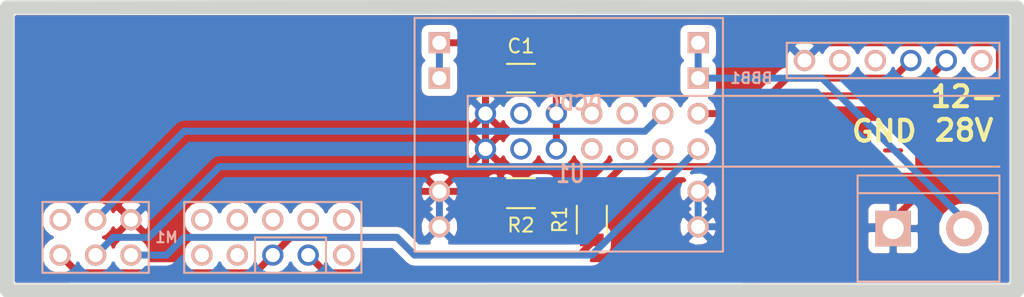
<source format=kicad_pcb>
(kicad_pcb (version 20171130) (host pcbnew "(5.1.12)-1")

  (general
    (thickness 1.6)
    (drawings 10)
    (tracks 69)
    (zones 0)
    (modules 7)
    (nets 10)
  )

  (page A3)
  (layers
    (0 F.Cu signal)
    (31 B.Cu signal)
    (36 B.SilkS user hide)
    (37 F.SilkS user hide)
    (38 B.Mask user hide)
    (39 F.Mask user hide)
    (44 Edge.Cuts user)
  )

  (setup
    (last_trace_width 0.5)
    (trace_clearance 0.254)
    (zone_clearance 0.508)
    (zone_45_only yes)
    (trace_min 0.254)
    (via_size 0.889)
    (via_drill 0.635)
    (via_min_size 0.889)
    (via_min_drill 0.508)
    (uvia_size 0.508)
    (uvia_drill 0.127)
    (uvias_allowed no)
    (uvia_min_size 0.508)
    (uvia_min_drill 0.127)
    (edge_width 1)
    (segment_width 0.2)
    (pcb_text_width 0.3)
    (pcb_text_size 1.5 1.5)
    (mod_edge_width 0.15)
    (mod_text_size 1 1)
    (mod_text_width 0.15)
    (pad_size 1.524 1.524)
    (pad_drill 1.016)
    (pad_to_mask_clearance 0)
    (aux_axis_origin 69.85 48.26)
    (visible_elements 7FFFFFFF)
    (pcbplotparams
      (layerselection 0x010f0_80000001)
      (usegerberextensions true)
      (usegerberattributes true)
      (usegerberadvancedattributes true)
      (creategerberjobfile true)
      (excludeedgelayer true)
      (linewidth 0.150000)
      (plotframeref false)
      (viasonmask false)
      (mode 1)
      (useauxorigin true)
      (hpglpennumber 1)
      (hpglpenspeed 20)
      (hpglpendiameter 15.000000)
      (psnegative false)
      (psa4output false)
      (plotreference true)
      (plotvalue true)
      (plotinvisibletext false)
      (padsonsilk false)
      (subtractmaskfromsilk false)
      (outputformat 1)
      (mirror false)
      (drillshape 0)
      (scaleselection 1)
      (outputdirectory ""))
  )

  (net 0 "")
  (net 1 /GND)
  (net 2 /MISO)
  (net 3 /MISO3)
  (net 4 /MOSI)
  (net 5 /Reset)
  (net 6 /SCK)
  (net 7 /VDD)
  (net 8 /VIN)
  (net 9 "Net-(BBB1-PadTxD)")

  (net_class Default "This is the default net class."
    (clearance 0.254)
    (trace_width 0.5)
    (via_dia 0.889)
    (via_drill 0.635)
    (uvia_dia 0.508)
    (uvia_drill 0.127)
    (add_net /GND)
    (add_net /MISO)
    (add_net /MISO3)
    (add_net /MOSI)
    (add_net /Reset)
    (add_net /SCK)
    (add_net /VDD)
    (add_net /VIN)
    (add_net "Net-(BBB1-PadTxD)")
  )

  (module custom2:BBB (layer B.Cu) (tedit 553F0B61) (tstamp 5630ED6E)
    (at 97.79 45.72 180)
    (descr "Connecteurs 2 pins")
    (tags "CONN DEV")
    (path /55371BD6)
    (fp_text reference BBB1 (at 8.89 2.54 180) (layer B.SilkS)
      (effects (font (size 0.762 0.762) (thickness 0.1524)) (justify mirror))
    )
    (fp_text value BBB (at 20.32 1.905 180) (layer B.SilkS) hide
      (effects (font (size 0.762 0.762) (thickness 0.1524)) (justify mirror))
    )
    (fp_line (start 29.21 1.27) (end 29.21 -3.81) (layer B.SilkS) (width 0.15))
    (fp_line (start 6.35 2.54) (end -8.89 2.54) (layer B.SilkS) (width 0.15))
    (fp_line (start 6.35 5.08) (end 6.35 2.54) (layer B.SilkS) (width 0.15))
    (fp_line (start -8.89 5.08) (end 6.35 5.08) (layer B.SilkS) (width 0.15))
    (fp_line (start -8.89 2.54) (end -8.89 5.08) (layer B.SilkS) (width 0.15))
    (fp_line (start 29.21 1.27) (end -8.89 1.27) (layer B.SilkS) (width 0.15))
    (fp_line (start 29.21 -3.81) (end -8.89 -3.81) (layer B.SilkS) (width 0.15))
    (pad TxD thru_hole circle (at -5.08 3.81) (size 1.524 1.524) (drill 1.016) (layers *.Cu *.Mask)
      (net 9 "Net-(BBB1-PadTxD)"))
    (pad RxD thru_hole circle (at -2.54 3.81) (size 1.524 1.524) (drill 1.016) (layers *.Cu *.Mask)
      (net 3 /MISO3))
    (pad VDD thru_hole circle (at 22.86 0) (size 1.524 1.524) (drill 1.016) (layers *.Cu *.Mask)
      (net 7 /VDD))
    (pad GND thru_hole circle (at 27.94 0) (size 1.524 1.524) (drill 1.016) (layers *.Cu *.Mask)
      (net 1 /GND))
    (pad GND thru_hole circle (at 27.94 -2.54) (size 1.524 1.524) (drill 1.016) (layers *.Cu *.Mask)
      (net 1 /GND))
    (pad X thru_hole circle (at 25.4 -2.54) (size 1.524 1.524) (drill 1.016) (layers *.Cu *.Mask))
    (pad X thru_hole circle (at 25.4 0) (size 1.524 1.524) (drill 1.016) (layers *.Cu *.Mask))
    (pad VDD thru_hole circle (at 22.86 -2.54) (size 1.524 1.524) (drill 1.016) (layers *.Cu *.Mask)
      (net 7 /VDD))
    (pad 60 thru_hole circle (at 15.24 0) (size 1.524 1.524) (drill 1.016) (layers *.Cu *.Mask B.SilkS)
      (net 4 /MOSI))
    (pad 30 thru_hole circle (at 15.24 -2.54) (size 1.524 1.524) (drill 1.016) (layers *.Cu *.Mask B.SilkS)
      (net 6 /SCK))
    (pad 31 thru_hole circle (at 12.7 -2.54) (size 1.524 1.524) (drill 1.016) (layers *.Cu *.Mask B.SilkS)
      (net 5 /Reset))
    (pad 50 thru_hole circle (at 12.7 0) (size 1.524 1.524) (drill 1.016) (layers *.Cu *.Mask B.SilkS)
      (net 3 /MISO3))
    (pad VSYS thru_hole circle (at 20.32 0) (size 1.524 1.524) (drill 1.016) (layers *.Cu *.Mask B.SilkS))
    (pad RST thru_hole circle (at 17.78 0) (size 1.524 1.524) (drill 1.016) (layers *.Cu *.Mask B.SilkS))
    (pad VSYS thru_hole circle (at 20.32 -2.54) (size 1.524 1.524) (drill 1.016) (layers *.Cu *.Mask B.SilkS))
    (pad PBUT thru_hole circle (at 17.78 -2.54) (size 1.524 1.524) (drill 1.016) (layers *.Cu *.Mask B.SilkS))
    (pad GND thru_hole circle (at 5.08 3.81) (size 1.524 1.524) (drill 1.016) (layers *.Cu *.Mask B.SilkS)
      (net 1 /GND))
    (pad X thru_hole circle (at 2.54 3.81) (size 1.524 1.524) (drill 1.016) (layers *.Cu *.Mask B.SilkS))
    (pad X thru_hole circle (at 0 3.81) (size 1.524 1.524) (drill 1.016) (layers *.Cu *.Mask B.SilkS))
    (pad X thru_hole circle (at -7.62 3.81) (size 1.524 1.524) (drill 1.016) (layers *.Cu *.Mask B.SilkS))
    (model pin_array/pins_array_2x1.wrl
      (at (xyz 0 0 0))
      (scale (xyz 1 1 1))
      (rotate (xyz 0 0 0))
    )
  )

  (module Capacitors_SMD:C_1206 (layer F.Cu) (tedit 5415D7BD) (tstamp 5630ED8C)
    (at 72.39 43.18)
    (descr "Capacitor SMD 1206, reflow soldering, AVX (see smccp.pdf)")
    (tags "capacitor 1206")
    (path /554034BC)
    (attr smd)
    (fp_text reference C1 (at 0 -2.3) (layer F.SilkS)
      (effects (font (size 1 1) (thickness 0.15)))
    )
    (fp_text value C (at 0 2.3) (layer F.Fab)
      (effects (font (size 1 1) (thickness 0.15)))
    )
    (fp_line (start -1 1.025) (end 1 1.025) (layer F.SilkS) (width 0.15))
    (fp_line (start 1 -1.025) (end -1 -1.025) (layer F.SilkS) (width 0.15))
    (fp_line (start 2.3 -1.15) (end 2.3 1.15) (layer F.CrtYd) (width 0.05))
    (fp_line (start -2.3 -1.15) (end -2.3 1.15) (layer F.CrtYd) (width 0.05))
    (fp_line (start -2.3 1.15) (end 2.3 1.15) (layer F.CrtYd) (width 0.05))
    (fp_line (start -2.3 -1.15) (end 2.3 -1.15) (layer F.CrtYd) (width 0.05))
    (pad 1 smd rect (at -1.5 0) (size 1 1.6) (layers F.Cu F.Mask)
      (net 1 /GND))
    (pad 2 smd rect (at 1.5 0) (size 1 1.6) (layers F.Cu F.Mask)
      (net 7 /VDD))
    (model Capacitors_SMD.3dshapes/C_1206.wrl
      (at (xyz 0 0 0))
      (scale (xyz 1 1 1))
      (rotate (xyz 0 0 0))
    )
  )

  (module custom2:Melzi (layer B.Cu) (tedit 55407C7A) (tstamp 5630ED97)
    (at 43.18 55.88 180)
    (descr "Connecteurs 2 pins")
    (tags "CONN DEV")
    (path /55371C71)
    (fp_text reference M1 (at -3.81 1.27 180) (layer B.SilkS)
      (effects (font (size 0.762 0.762) (thickness 0.1524)) (justify mirror))
    )
    (fp_text value MELZI (at -3.81 5.08 180) (layer B.SilkS) hide
      (effects (font (size 0.762 0.762) (thickness 0.1524)) (justify mirror))
    )
    (fp_line (start -15.24 -1.27) (end -10.16 -1.27) (layer B.SilkS) (width 0.1524))
    (fp_line (start -15.24 1.27) (end -15.24 -1.27) (layer B.SilkS) (width 0.1524))
    (fp_line (start -10.16 1.27) (end -15.24 1.27) (layer B.SilkS) (width 0.1524))
    (fp_line (start -10.16 -1.27) (end -10.16 1.27) (layer B.SilkS) (width 0.1524))
    (fp_line (start 5.08 -1.27) (end 5.08 3.81) (layer B.SilkS) (width 0.15))
    (fp_line (start -2.54 -1.27) (end 5.08 -1.27) (layer B.SilkS) (width 0.15))
    (fp_line (start -2.54 3.81) (end -2.54 -1.27) (layer B.SilkS) (width 0.15))
    (fp_line (start 5.08 3.81) (end -2.54 3.81) (layer B.SilkS) (width 0.15))
    (fp_line (start -17.78 -1.27) (end -15.24 -1.27) (layer B.SilkS) (width 0.15))
    (fp_line (start -17.78 3.81) (end -17.78 -1.27) (layer B.SilkS) (width 0.15))
    (fp_line (start -5.08 3.81) (end -17.78 3.81) (layer B.SilkS) (width 0.15))
    (fp_line (start -5.08 -1.27) (end -5.08 3.81) (layer B.SilkS) (width 0.15))
    (fp_line (start -10.16 -1.27) (end -5.08 -1.27) (layer B.SilkS) (width 0.15))
    (pad TxD thru_hole circle (at -11.43 0) (size 1.524 1.524) (drill 1.016) (layers *.Cu *.Mask)
      (net 2 /MISO))
    (pad RxD thru_hole circle (at -13.97 0) (size 1.524 1.524) (drill 1.016) (layers *.Cu *.Mask)
      (net 9 "Net-(BBB1-PadTxD)"))
    (pad D16 thru_hole circle (at -8.89 0) (size 1.524 1.524) (drill 1.016) (layers *.Cu *.Mask B.SilkS))
    (pad A2 thru_hole circle (at -8.89 2.54) (size 1.524 1.524) (drill 1.016) (layers *.Cu *.Mask B.SilkS))
    (pad A3 thru_hole circle (at -11.43 2.54) (size 1.524 1.524) (drill 1.016) (layers *.Cu *.Mask B.SilkS))
    (pad A4 thru_hole circle (at -13.97 2.54) (size 1.524 1.524) (drill 1.016) (layers *.Cu *.Mask B.SilkS))
    (pad GND2 thru_hole circle (at -16.51 2.54) (size 1.524 1.524) (drill 1.016) (layers *.Cu *.Mask B.SilkS))
    (pad 5V thru_hole circle (at -16.51 0) (size 1.524 1.524) (drill 1.016) (layers *.Cu *.Mask B.SilkS))
    (pad D17 thru_hole circle (at -6.35 0) (size 1.524 1.524) (drill 1.016) (layers *.Cu *.Mask B.SilkS))
    (pad A1 thru_hole circle (at -6.35 2.54) (size 1.524 1.524) (drill 1.016) (layers *.Cu *.Mask B.SilkS))
    (pad ~RST thru_hole circle (at -1.27 0) (size 1.524 1.524) (drill 1.016) (layers *.Cu *.Mask B.SilkS)
      (net 5 /Reset))
    (pad GND thru_hole circle (at -1.27 2.54) (size 1.524 1.524) (drill 1.016) (layers *.Cu *.Mask B.SilkS)
      (net 1 /GND))
    (pad MOSI thru_hole circle (at 1.27 2.54) (size 1.524 1.524) (drill 1.016) (layers *.Cu *.Mask B.SilkS)
      (net 4 /MOSI))
    (pad SCK thru_hole circle (at 1.27 0) (size 1.524 1.524) (drill 1.016) (layers *.Cu *.Mask B.SilkS)
      (net 6 /SCK))
    (pad MISO thru_hole circle (at 3.81 0) (size 1.524 1.524) (drill 1.016) (layers *.Cu *.Mask B.SilkS)
      (net 2 /MISO))
    (pad 5V thru_hole circle (at 3.81 2.54) (size 1.524 1.524) (drill 1.016) (layers *.Cu *.Mask B.SilkS))
    (model pin_array/pins_array_2x1.wrl
      (at (xyz 0 0 0))
      (scale (xyz 1 1 1))
      (rotate (xyz 0 0 0))
    )
  )

  (module Connect:bornier2 (layer B.Cu) (tedit 0) (tstamp 5630EDB7)
    (at 101.6 53.975)
    (descr "Bornier d'alimentation 2 pins")
    (tags DEV)
    (path /55371E14)
    (fp_text reference P1 (at 0 5.08) (layer B.SilkS)
      (effects (font (size 1 1) (thickness 0.15)) (justify mirror))
    )
    (fp_text value CONN_2 (at 0 -5.08) (layer B.Fab)
      (effects (font (size 1 1) (thickness 0.15)) (justify mirror))
    )
    (fp_line (start -5.08 -3.81) (end 5.08 -3.81) (layer B.SilkS) (width 0.15))
    (fp_line (start -5.08 3.81) (end -5.08 -3.81) (layer B.SilkS) (width 0.15))
    (fp_line (start 5.08 3.81) (end -5.08 3.81) (layer B.SilkS) (width 0.15))
    (fp_line (start 5.08 -3.81) (end 5.08 3.81) (layer B.SilkS) (width 0.15))
    (fp_line (start 5.08 -2.54) (end -5.08 -2.54) (layer B.SilkS) (width 0.15))
    (pad 1 thru_hole rect (at -2.54 0) (size 2.54 2.54) (drill 1.524) (layers *.Cu *.Mask B.SilkS)
      (net 1 /GND))
    (pad 2 thru_hole circle (at 2.54 0) (size 2.54 2.54) (drill 1.524) (layers *.Cu *.Mask B.SilkS)
      (net 8 /VIN))
    (model Connect.3dshapes/bornier2.wrl
      (at (xyz 0 0 0))
      (scale (xyz 1 1 1))
      (rotate (xyz 0 0 0))
    )
  )

  (module Resistors_SMD:R_1206 (layer F.Cu) (tedit 5415CFA7) (tstamp 5630EDC1)
    (at 77.47 53.34 90)
    (descr "Resistor SMD 1206, reflow soldering, Vishay (see dcrcw.pdf)")
    (tags "resistor 1206")
    (path /55371C8C)
    (attr smd)
    (fp_text reference R1 (at 0 -2.3 90) (layer F.SilkS)
      (effects (font (size 1 1) (thickness 0.15)))
    )
    (fp_text value R (at 0 2.3 90) (layer F.Fab)
      (effects (font (size 1 1) (thickness 0.15)))
    )
    (fp_line (start -1 -1.075) (end 1 -1.075) (layer F.SilkS) (width 0.15))
    (fp_line (start 1 1.075) (end -1 1.075) (layer F.SilkS) (width 0.15))
    (fp_line (start 2.2 -1.2) (end 2.2 1.2) (layer F.CrtYd) (width 0.05))
    (fp_line (start -2.2 -1.2) (end -2.2 1.2) (layer F.CrtYd) (width 0.05))
    (fp_line (start -2.2 1.2) (end 2.2 1.2) (layer F.CrtYd) (width 0.05))
    (fp_line (start -2.2 -1.2) (end 2.2 -1.2) (layer F.CrtYd) (width 0.05))
    (pad 1 smd rect (at -1.45 0 90) (size 0.9 1.7) (layers F.Cu F.Mask)
      (net 2 /MISO))
    (pad 2 smd rect (at 1.45 0 90) (size 0.9 1.7) (layers F.Cu F.Mask)
      (net 3 /MISO3))
    (model Resistors_SMD.3dshapes/R_1206.wrl
      (at (xyz 0 0 0))
      (scale (xyz 1 1 1))
      (rotate (xyz 0 0 0))
    )
  )

  (module Resistors_SMD:R_1206 (layer F.Cu) (tedit 5415CFA7) (tstamp 5630EDCC)
    (at 72.39 51.435 180)
    (descr "Resistor SMD 1206, reflow soldering, Vishay (see dcrcw.pdf)")
    (tags "resistor 1206")
    (path /55371C99)
    (attr smd)
    (fp_text reference R2 (at 0 -2.3 180) (layer F.SilkS)
      (effects (font (size 1 1) (thickness 0.15)))
    )
    (fp_text value R (at 0 2.3 180) (layer F.Fab)
      (effects (font (size 1 1) (thickness 0.15)))
    )
    (fp_line (start -1 -1.075) (end 1 -1.075) (layer F.SilkS) (width 0.15))
    (fp_line (start 1 1.075) (end -1 1.075) (layer F.SilkS) (width 0.15))
    (fp_line (start 2.2 -1.2) (end 2.2 1.2) (layer F.CrtYd) (width 0.05))
    (fp_line (start -2.2 -1.2) (end -2.2 1.2) (layer F.CrtYd) (width 0.05))
    (fp_line (start -2.2 1.2) (end 2.2 1.2) (layer F.CrtYd) (width 0.05))
    (fp_line (start -2.2 -1.2) (end 2.2 -1.2) (layer F.CrtYd) (width 0.05))
    (pad 1 smd rect (at -1.45 0 180) (size 0.9 1.7) (layers F.Cu F.Mask)
      (net 3 /MISO3))
    (pad 2 smd rect (at 1.45 0 180) (size 0.9 1.7) (layers F.Cu F.Mask)
      (net 1 /GND))
    (model Resistors_SMD.3dshapes/R_1206.wrl
      (at (xyz 0 0 0))
      (scale (xyz 1 1 1))
      (rotate (xyz 0 0 0))
    )
  )

  (module custom2:DCDC (layer B.Cu) (tedit 554A4C65) (tstamp 5630EDD7)
    (at 66.04 40.64)
    (descr "MOS boitier DPACK G-D-S")
    (tags "CMD DPACK")
    (path /5549B2A8)
    (attr smd)
    (fp_text reference U1 (at 9.906 9.398) (layer B.SilkS)
      (effects (font (size 1.27 1.016) (thickness 0.2032)) (justify mirror))
    )
    (fp_text value DCDC (at 10.16 4.318) (layer B.SilkS)
      (effects (font (size 1.016 1.016) (thickness 0.2032)) (justify mirror))
    )
    (fp_line (start 20.828 14.986) (end 20.828 -1.778) (layer B.SilkS) (width 0.15))
    (fp_line (start -1.27 14.986) (end 20.828 14.986) (layer B.SilkS) (width 0.15))
    (fp_line (start -1.27 -1.778) (end -1.27 14.986) (layer B.SilkS) (width 0.15))
    (fp_line (start 20.828 -1.778) (end -1.27 -1.778) (layer B.SilkS) (width 0.15))
    (pad Vout thru_hole rect (at 0.508 0 270) (size 1.524 1.524) (drill 1.016) (layers *.Cu *.Mask B.SilkS)
      (net 7 /VDD))
    (pad Vout thru_hole rect (at 0.508 2.54 270) (size 1.524 1.524) (drill 1.016) (layers *.Cu *.Mask B.SilkS)
      (net 7 /VDD))
    (pad Vin thru_hole rect (at 19.05 0 270) (size 1.524 1.524) (drill 1.016) (layers *.Cu *.Mask B.SilkS)
      (net 8 /VIN))
    (pad Vin thru_hole rect (at 19.05 2.54 270) (size 1.524 1.524) (drill 1.016) (layers *.Cu *.Mask B.SilkS)
      (net 8 /VIN))
    (pad GND2 thru_hole circle (at 0.508 13.208 270) (size 1.524 1.524) (drill 1.016) (layers *.Cu *.Mask B.SilkS)
      (net 1 /GND))
    (pad GND2 thru_hole circle (at 0.508 10.668 270) (size 1.524 1.524) (drill 1.016) (layers *.Cu *.Mask B.SilkS)
      (net 1 /GND))
    (pad GND thru_hole circle (at 19.05 13.208 270) (size 1.524 1.524) (drill 1.016) (layers *.Cu *.Mask B.SilkS)
      (net 1 /GND))
    (pad GND thru_hole circle (at 19.05 10.668 270) (size 1.524 1.524) (drill 1.016) (layers *.Cu *.Mask B.SilkS)
      (net 1 /GND))
    (model smd/dpack_2.wrl
      (at (xyz 0 0 0))
      (scale (xyz 1 1 1))
      (rotate (xyz 0 0 0))
    )
  )

  (gr_line (start 35.56 38.1) (end 71.15048 38.06952) (angle 90) (layer Edge.Cuts) (width 1))
  (gr_line (start 35.56 58.42) (end 35.56 38.1) (angle 90) (layer Edge.Cuts) (width 1))
  (gr_line (start 71.17588 58.41492) (end 35.56 58.42) (angle 90) (layer Edge.Cuts) (width 1))
  (gr_line (start 107.95 58.42) (end 71.17588 58.41492) (angle 90) (layer Edge.Cuts) (width 1))
  (gr_line (start 107.95 38.1) (end 107.95 58.42) (angle 90) (layer Edge.Cuts) (width 1))
  (gr_line (start 71.15048 38.06952) (end 107.95 38.1) (angle 90) (layer Edge.Cuts) (width 1))
  (gr_text + (at 104.14 48.26) (layer F.Cu)
    (effects (font (size 1.5 1.5) (thickness 0.3)))
  )
  (gr_text - (at 99.06 48.26) (layer F.Cu)
    (effects (font (size 1.5 1.5) (thickness 0.3)))
  )
  (gr_text "12-\n28V" (at 104.14 45.72) (layer F.SilkS)
    (effects (font (size 1.5 1.5) (thickness 0.3)))
  )
  (gr_text GND (at 98.425 46.99) (layer F.SilkS)
    (effects (font (size 1.5 1.5) (thickness 0.3)))
  )

  (segment (start 44.45 53.34) (end 46.482 51.308) (width 0.5) (layer F.Cu) (net 1))
  (segment (start 46.482 51.308) (end 66.548 51.308) (width 0.5) (layer F.Cu) (net 1) (tstamp 554A4FF3))
  (segment (start 85.09 53.848) (end 98.552 53.848) (width 0.5) (layer B.Cu) (net 1))
  (segment (start 98.552 53.848) (end 99.06 53.34) (width 0.5) (layer B.Cu) (net 1) (tstamp 554A4F78))
  (segment (start 66.548 51.308) (end 70.612 51.308) (width 0.5) (layer F.Cu) (net 1))
  (segment (start 70.612 51.308) (end 70.739 51.435) (width 0.5) (layer F.Cu) (net 1) (tstamp 554A4F6E))
  (segment (start 85.09 51.308) (end 85.09 53.848) (width 0.5) (layer B.Cu) (net 1))
  (segment (start 66.548 51.308) (end 66.548 53.848) (width 0.5) (layer B.Cu) (net 1))
  (segment (start 99.06 53.34) (end 101.6 50.8) (width 0.5) (layer F.Cu) (net 1))
  (segment (start 101.6 50.8) (end 106.68 50.8) (width 0.5) (layer F.Cu) (net 1) (tstamp 554A4EF0))
  (segment (start 106.68 50.8) (end 106.68 40.64) (width 0.5) (layer F.Cu) (net 1) (tstamp 554A4EF6))
  (segment (start 106.68 40.64) (end 93.98 40.64) (width 0.5) (layer F.Cu) (net 1) (tstamp 554A4EF7))
  (segment (start 93.98 40.64) (end 92.71 41.91) (width 0.5) (layer F.Cu) (net 1) (tstamp 554A4EFA))
  (segment (start 69.85 50.546) (end 70.739 51.435) (width 0.5) (layer F.Cu) (net 1) (tstamp 5549B45D))
  (segment (start 69.85 48.26) (end 69.85 50.546) (width 0.5) (layer F.Cu) (net 1))
  (segment (start 69.85 48.26) (end 69.85 45.72) (width 0.5) (layer F.Cu) (net 1))
  (segment (start 69.85 44.069) (end 70.739 43.18) (width 0.5) (layer F.Cu) (net 1) (tstamp 5549B83B))
  (segment (start 69.85 45.72) (end 69.85 44.069) (width 0.5) (layer F.Cu) (net 1))
  (segment (start 71.12 42.799) (end 70.739 43.18) (width 0.5) (layer F.Cu) (net 1) (tstamp 5549B984))
  (segment (start 76.581 55.88) (end 77.47 54.991) (width 0.5) (layer F.Cu) (net 2) (tstamp 554A4FA8))
  (segment (start 64.77 55.88) (end 76.581 55.88) (width 0.5) (layer F.Cu) (net 2) (tstamp 554A4FA5))
  (segment (start 63.5 54.61) (end 64.77 55.88) (width 0.5) (layer F.Cu) (net 2) (tstamp 554A4FA4))
  (segment (start 55.88 54.61) (end 63.5 54.61) (width 0.5) (layer F.Cu) (net 2) (tstamp 554A4FA1))
  (segment (start 54.61 55.88) (end 55.88 54.61) (width 0.5) (layer F.Cu) (net 2))
  (segment (start 53.34 57.15) (end 40.64 57.15) (width 0.5) (layer F.Cu) (net 2) (tstamp 5549B759))
  (segment (start 40.64 57.15) (end 39.37 55.88) (width 0.5) (layer F.Cu) (net 2) (tstamp 5549B75C))
  (segment (start 54.61 55.88) (end 53.34 57.15) (width 0.5) (layer F.Cu) (net 2))
  (segment (start 77.47 51.689) (end 79.629 49.53) (width 0.5) (layer F.Cu) (net 3))
  (segment (start 87.63 48.26) (end 87.63 45.72) (width 0.5) (layer F.Cu) (net 3) (tstamp 554A4FC7))
  (segment (start 86.36 49.53) (end 87.63 48.26) (width 0.5) (layer F.Cu) (net 3) (tstamp 554A4FC6))
  (segment (start 79.629 49.53) (end 86.36 49.53) (width 0.5) (layer F.Cu) (net 3) (tstamp 554A4FC2))
  (segment (start 100.33 41.91) (end 99.06 43.18) (width 0.5) (layer F.Cu) (net 3))
  (segment (start 91.44 43.18) (end 88.9 45.72) (width 0.5) (layer F.Cu) (net 3) (tstamp 554A4F05))
  (segment (start 99.06 43.18) (end 91.44 43.18) (width 0.5) (layer F.Cu) (net 3) (tstamp 554A4F03))
  (segment (start 88.9 45.72) (end 87.63 45.72) (width 0.5) (layer F.Cu) (net 3) (tstamp 554A4F0B))
  (segment (start 87.63 45.72) (end 85.09 45.72) (width 0.5) (layer F.Cu) (net 3) (tstamp 554A4FCB))
  (segment (start 74.295 51.689) (end 77.47 51.689) (width 0.5) (layer F.Cu) (net 3) (tstamp 5549B461))
  (segment (start 74.041 51.435) (end 74.295 51.689) (width 0.5) (layer F.Cu) (net 3))
  (segment (start 81.28 46.99) (end 48.26 46.99) (width 0.5) (layer B.Cu) (net 4) (tstamp 5549B7A8))
  (segment (start 48.26 46.99) (end 41.91 53.34) (width 0.5) (layer B.Cu) (net 4) (tstamp 5549B7AB))
  (segment (start 82.55 45.72) (end 81.28 46.99) (width 0.5) (layer B.Cu) (net 4))
  (segment (start 44.45 55.88) (end 46.99 55.88) (width 0.5) (layer B.Cu) (net 5))
  (segment (start 46.99 55.88) (end 48.26 54.61) (width 0.5) (layer B.Cu) (net 5) (tstamp 554A4F83))
  (segment (start 48.26 54.61) (end 63.5 54.61) (width 0.5) (layer B.Cu) (net 5) (tstamp 554A4F87))
  (segment (start 77.47 55.88) (end 85.09 48.26) (width 0.5) (layer B.Cu) (net 5) (tstamp 554A4F8F))
  (segment (start 64.77 55.88) (end 77.47 55.88) (width 0.5) (layer B.Cu) (net 5) (tstamp 554A4F8C))
  (segment (start 63.5 54.61) (end 64.77 55.88) (width 0.5) (layer B.Cu) (net 5) (tstamp 554A4F8A))
  (segment (start 81.28 49.53) (end 82.55 48.26) (width 0.5) (layer B.Cu) (net 6) (tstamp 5549B7C2))
  (segment (start 50.8 49.53) (end 81.28 49.53) (width 0.5) (layer B.Cu) (net 6) (tstamp 5549B7BE))
  (segment (start 43.18 54.61) (end 45.72 54.61) (width 0.5) (layer B.Cu) (net 6) (tstamp 5549B7B7))
  (segment (start 45.72 54.61) (end 50.8 49.53) (width 0.5) (layer B.Cu) (net 6) (tstamp 5549B7B9))
  (segment (start 41.91 55.88) (end 43.18 54.61) (width 0.5) (layer B.Cu) (net 6))
  (segment (start 74.041 41.021) (end 74.041 43.18) (width 0.5) (layer F.Cu) (net 7) (tstamp 554A4FE3))
  (segment (start 74.93 44.069) (end 74.93 45.72) (width 0.5) (layer F.Cu) (net 7) (tstamp 5549B83E))
  (segment (start 74.041 43.18) (end 74.93 44.069) (width 0.5) (layer F.Cu) (net 7))
  (segment (start 74.93 45.72) (end 74.93 48.26) (width 0.5) (layer F.Cu) (net 7))
  (segment (start 73.66 40.64) (end 74.041 41.021) (width 0.5) (layer F.Cu) (net 7) (tstamp 554A4FDE))
  (segment (start 66.548 40.64) (end 73.66 40.64) (width 0.5) (layer F.Cu) (net 7))
  (segment (start 66.548 40.64) (end 66.548 43.18) (width 0.5) (layer B.Cu) (net 7))
  (segment (start 85.09 43.18) (end 85.09 40.64) (width 0.5) (layer B.Cu) (net 8))
  (segment (start 85.09 43.18) (end 93.98 43.18) (width 0.5) (layer B.Cu) (net 8))
  (segment (start 93.98 43.18) (end 104.14 53.34) (width 0.5) (layer B.Cu) (net 8) (tstamp 554A4F53))
  (segment (start 57.15 55.88) (end 58.42 57.15) (width 0.5) (layer F.Cu) (net 9))
  (segment (start 58.42 57.15) (end 87.63 57.15) (width 0.5) (layer F.Cu) (net 9) (tstamp 554A4EBF))
  (segment (start 87.63 57.15) (end 90.17 54.61) (width 0.5) (layer F.Cu) (net 9) (tstamp 554A4EC3))
  (segment (start 100.33 44.45) (end 92.71 44.45) (width 0.5) (layer F.Cu) (net 9))
  (segment (start 90.17 46.99) (end 90.17 54.61) (width 0.5) (layer F.Cu) (net 9) (tstamp 554A4F15))
  (segment (start 92.71 44.45) (end 90.17 46.99) (width 0.5) (layer F.Cu) (net 9) (tstamp 554A4F11))
  (segment (start 100.33 44.45) (end 102.87 41.91) (width 0.5) (layer F.Cu) (net 9) (tstamp 554A4F0F))

  (zone (net 1) (net_name /GND) (layer F.Cu) (tstamp 554A53AB) (hatch edge 0.508)
    (connect_pads (clearance 0.508))
    (min_thickness 0.254)
    (fill yes (arc_segments 16) (thermal_gap 0.508) (thermal_bridge_width 0.508))
    (polygon
      (pts
        (xy 35.56 38.1) (xy 107.95 38.1) (xy 107.95 58.42) (xy 35.56 58.42)
      )
    )
    (filled_polygon
      (pts
        (xy 107.265 57.735) (xy 88.29658 57.735) (xy 90.795787 55.235792) (xy 90.79579 55.23579) (xy 90.987633 54.948675)
        (xy 91.055 54.61) (xy 91.055 54.26075) (xy 97.155 54.26075) (xy 97.155 55.37131) (xy 97.251673 55.604699)
        (xy 97.430302 55.783327) (xy 97.663691 55.88) (xy 98.77425 55.88) (xy 98.933 55.72125) (xy 98.933 54.102)
        (xy 99.187 54.102) (xy 99.187 55.72125) (xy 99.34575 55.88) (xy 100.456309 55.88) (xy 100.689698 55.783327)
        (xy 100.868327 55.604699) (xy 100.965 55.37131) (xy 100.965 54.352265) (xy 102.23467 54.352265) (xy 102.524078 55.052686)
        (xy 103.059495 55.589039) (xy 103.75941 55.879668) (xy 104.517265 55.88033) (xy 105.217686 55.590922) (xy 105.754039 55.055505)
        (xy 106.044668 54.35559) (xy 106.04533 53.597735) (xy 105.755922 52.897314) (xy 105.220505 52.360961) (xy 104.52059 52.070332)
        (xy 103.762735 52.06967) (xy 103.062314 52.359078) (xy 102.525961 52.894495) (xy 102.235332 53.59441) (xy 102.23467 54.352265)
        (xy 100.965 54.352265) (xy 100.965 54.26075) (xy 100.80625 54.102) (xy 99.187 54.102) (xy 98.933 54.102)
        (xy 97.31375 54.102) (xy 97.155 54.26075) (xy 91.055 54.26075) (xy 91.055 52.57869) (xy 97.155 52.57869)
        (xy 97.155 53.68925) (xy 97.31375 53.848) (xy 98.933 53.848) (xy 98.933 52.22875) (xy 99.187 52.22875)
        (xy 99.187 53.848) (xy 100.80625 53.848) (xy 100.965 53.68925) (xy 100.965 52.57869) (xy 100.868327 52.345301)
        (xy 100.689698 52.166673) (xy 100.456309 52.07) (xy 99.34575 52.07) (xy 99.187 52.22875) (xy 98.933 52.22875)
        (xy 98.77425 52.07) (xy 97.663691 52.07) (xy 97.430302 52.166673) (xy 97.251673 52.345301) (xy 97.155 52.57869)
        (xy 91.055 52.57869) (xy 91.055 47.35658) (xy 92.286579 46.125) (xy 97.346429 46.125) (xy 97.346429 50.095)
        (xy 100.773572 50.095) (xy 100.773572 46.125) (xy 102.426429 46.125) (xy 102.426429 50.095) (xy 105.853572 50.095)
        (xy 105.853572 46.125) (xy 102.426429 46.125) (xy 100.773572 46.125) (xy 97.346429 46.125) (xy 92.286579 46.125)
        (xy 93.076579 45.335) (xy 100.329995 45.335) (xy 100.33 45.335001) (xy 100.612484 45.27881) (xy 100.668675 45.267633)
        (xy 100.95579 45.07579) (xy 102.724706 43.306874) (xy 103.146661 43.307242) (xy 103.660303 43.09501) (xy 104.053629 42.70237)
        (xy 104.139949 42.494488) (xy 104.22499 42.700303) (xy 104.61763 43.093629) (xy 105.1309 43.306757) (xy 105.686661 43.307242)
        (xy 106.200303 43.09501) (xy 106.593629 42.70237) (xy 106.806757 42.1891) (xy 106.807242 41.633339) (xy 106.59501 41.119697)
        (xy 106.20237 40.726371) (xy 105.6891 40.513243) (xy 105.133339 40.512758) (xy 104.619697 40.72499) (xy 104.226371 41.11763)
        (xy 104.140051 41.325512) (xy 104.05501 41.119697) (xy 103.66237 40.726371) (xy 103.1491 40.513243) (xy 102.593339 40.512758)
        (xy 102.079697 40.72499) (xy 101.686371 41.11763) (xy 101.600051 41.325512) (xy 101.51501 41.119697) (xy 101.12237 40.726371)
        (xy 100.6091 40.513243) (xy 100.053339 40.512758) (xy 99.539697 40.72499) (xy 99.146371 41.11763) (xy 99.060051 41.325512)
        (xy 98.97501 41.119697) (xy 98.58237 40.726371) (xy 98.0691 40.513243) (xy 97.513339 40.512758) (xy 96.999697 40.72499)
        (xy 96.606371 41.11763) (xy 96.520051 41.325512) (xy 96.43501 41.119697) (xy 96.04237 40.726371) (xy 95.5291 40.513243)
        (xy 94.973339 40.512758) (xy 94.459697 40.72499) (xy 94.066371 41.11763) (xy 93.986605 41.309727) (xy 93.932397 41.178857)
        (xy 93.690213 41.109392) (xy 92.889605 41.91) (xy 92.903748 41.924143) (xy 92.724143 42.103748) (xy 92.71 42.089605)
        (xy 92.695858 42.103748) (xy 92.516253 41.924143) (xy 92.530395 41.91) (xy 91.729787 41.109392) (xy 91.487603 41.178857)
        (xy 91.300856 41.702302) (xy 91.328638 42.257368) (xy 91.351516 42.312601) (xy 91.101325 42.362367) (xy 90.81421 42.55421)
        (xy 90.814208 42.554213) (xy 88.53342 44.835) (xy 86.180478 44.835) (xy 85.922167 44.576237) (xy 86.087317 44.545162)
        (xy 86.303441 44.40609) (xy 86.448431 44.19389) (xy 86.49944 43.942) (xy 86.49944 42.418) (xy 86.455162 42.182683)
        (xy 86.31609 41.966559) (xy 86.23423 41.910626) (xy 86.303441 41.86609) (xy 86.448431 41.65389) (xy 86.49944 41.402)
        (xy 86.49944 40.929787) (xy 91.909392 40.929787) (xy 92.71 41.730395) (xy 93.510608 40.929787) (xy 93.441143 40.687603)
        (xy 92.917698 40.500856) (xy 92.362632 40.528638) (xy 91.978857 40.687603) (xy 91.909392 40.929787) (xy 86.49944 40.929787)
        (xy 86.49944 39.878) (xy 86.455162 39.642683) (xy 86.31609 39.426559) (xy 86.10389 39.281569) (xy 85.852 39.23056)
        (xy 84.328 39.23056) (xy 84.092683 39.274838) (xy 83.876559 39.41391) (xy 83.731569 39.62611) (xy 83.68056 39.878)
        (xy 83.68056 41.402) (xy 83.724838 41.637317) (xy 83.86391 41.853441) (xy 83.94577 41.909374) (xy 83.876559 41.95391)
        (xy 83.731569 42.16611) (xy 83.68056 42.418) (xy 83.68056 43.942) (xy 83.724838 44.177317) (xy 83.86391 44.393441)
        (xy 84.07611 44.538431) (xy 84.259124 44.575492) (xy 83.906371 44.92763) (xy 83.820051 45.135512) (xy 83.73501 44.929697)
        (xy 83.34237 44.536371) (xy 82.8291 44.323243) (xy 82.273339 44.322758) (xy 81.759697 44.53499) (xy 81.366371 44.92763)
        (xy 81.280051 45.135512) (xy 81.19501 44.929697) (xy 80.80237 44.536371) (xy 80.2891 44.323243) (xy 79.733339 44.322758)
        (xy 79.219697 44.53499) (xy 78.826371 44.92763) (xy 78.740051 45.135512) (xy 78.65501 44.929697) (xy 78.26237 44.536371)
        (xy 77.7491 44.323243) (xy 77.193339 44.322758) (xy 76.679697 44.53499) (xy 76.286371 44.92763) (xy 76.200051 45.135512)
        (xy 76.11501 44.929697) (xy 75.815 44.629163) (xy 75.815 44.069005) (xy 75.815001 44.069) (xy 75.747633 43.730326)
        (xy 75.747633 43.730325) (xy 75.55579 43.44321) (xy 75.555787 43.443208) (xy 75.03744 42.92486) (xy 75.03744 42.38)
        (xy 74.993162 42.144683) (xy 74.926 42.04031) (xy 74.926 41.021) (xy 74.858633 40.682325) (xy 74.66679 40.39521)
        (xy 74.666787 40.395208) (xy 74.28579 40.01421) (xy 73.998675 39.822367) (xy 73.942484 39.81119) (xy 73.66 39.754999)
        (xy 73.659995 39.755) (xy 67.934296 39.755) (xy 67.913162 39.642683) (xy 67.77409 39.426559) (xy 67.56189 39.281569)
        (xy 67.31 39.23056) (xy 65.786 39.23056) (xy 65.550683 39.274838) (xy 65.334559 39.41391) (xy 65.189569 39.62611)
        (xy 65.13856 39.878) (xy 65.13856 41.402) (xy 65.182838 41.637317) (xy 65.32191 41.853441) (xy 65.40377 41.909374)
        (xy 65.334559 41.95391) (xy 65.189569 42.16611) (xy 65.13856 42.418) (xy 65.13856 43.942) (xy 65.182838 44.177317)
        (xy 65.32191 44.393441) (xy 65.53411 44.538431) (xy 65.786 44.58944) (xy 67.31 44.58944) (xy 67.545317 44.545162)
        (xy 67.761441 44.40609) (xy 67.906431 44.19389) (xy 67.95744 43.942) (xy 67.95744 42.418) (xy 67.926523 42.25369)
        (xy 69.755 42.25369) (xy 69.755 42.89425) (xy 69.91375 43.053) (xy 70.763 43.053) (xy 70.763 41.90375)
        (xy 71.017 41.90375) (xy 71.017 43.053) (xy 71.86625 43.053) (xy 72.025 42.89425) (xy 72.025 42.25369)
        (xy 71.928327 42.020301) (xy 71.749698 41.841673) (xy 71.516309 41.745) (xy 71.17575 41.745) (xy 71.017 41.90375)
        (xy 70.763 41.90375) (xy 70.60425 41.745) (xy 70.263691 41.745) (xy 70.030302 41.841673) (xy 69.851673 42.020301)
        (xy 69.755 42.25369) (xy 67.926523 42.25369) (xy 67.913162 42.182683) (xy 67.77409 41.966559) (xy 67.69223 41.910626)
        (xy 67.761441 41.86609) (xy 67.906431 41.65389) (xy 67.932532 41.525) (xy 73.156 41.525) (xy 73.156 41.77659)
        (xy 73.154683 41.776838) (xy 72.938559 41.91591) (xy 72.793569 42.12811) (xy 72.74256 42.38) (xy 72.74256 43.98)
        (xy 72.786838 44.215317) (xy 72.924539 44.42931) (xy 72.6691 44.323243) (xy 72.113339 44.322758) (xy 71.826923 44.441102)
        (xy 71.928327 44.339699) (xy 72.025 44.10631) (xy 72.025 43.46575) (xy 71.86625 43.307) (xy 71.017 43.307)
        (xy 71.017 44.45625) (xy 71.17575 44.615) (xy 71.516309 44.615) (xy 71.521844 44.612707) (xy 71.206371 44.92763)
        (xy 71.126605 45.119727) (xy 71.072397 44.988857) (xy 70.830213 44.919392) (xy 70.029605 45.72) (xy 70.830213 46.520608)
        (xy 71.072397 46.451143) (xy 71.122509 46.310682) (xy 71.20499 46.510303) (xy 71.59763 46.903629) (xy 71.805512 46.989949)
        (xy 71.599697 47.07499) (xy 71.206371 47.46763) (xy 71.126605 47.659727) (xy 71.072397 47.528857) (xy 70.830213 47.459392)
        (xy 70.029605 48.26) (xy 70.830213 49.060608) (xy 71.072397 48.991143) (xy 71.122509 48.850682) (xy 71.20499 49.050303)
        (xy 71.59763 49.443629) (xy 72.1109 49.656757) (xy 72.666661 49.657242) (xy 73.180303 49.44501) (xy 73.573629 49.05237)
        (xy 73.659949 48.844488) (xy 73.74499 49.050303) (xy 74.13763 49.443629) (xy 74.6509 49.656757) (xy 75.206661 49.657242)
        (xy 75.720303 49.44501) (xy 76.113629 49.05237) (xy 76.199949 48.844488) (xy 76.28499 49.050303) (xy 76.67763 49.443629)
        (xy 77.1909 49.656757) (xy 77.746661 49.657242) (xy 78.260303 49.44501) (xy 78.653629 49.05237) (xy 78.739949 48.844488)
        (xy 78.82499 49.050303) (xy 78.84104 49.066381) (xy 77.11486 50.79256) (xy 76.62 50.79256) (xy 76.559202 50.804)
        (xy 74.93744 50.804) (xy 74.93744 50.585) (xy 74.893162 50.349683) (xy 74.75409 50.133559) (xy 74.54189 49.988569)
        (xy 74.29 49.93756) (xy 73.39 49.93756) (xy 73.154683 49.981838) (xy 72.938559 50.12091) (xy 72.793569 50.33311)
        (xy 72.74256 50.585) (xy 72.74256 52.285) (xy 72.786838 52.520317) (xy 72.92591 52.736441) (xy 73.13811 52.881431)
        (xy 73.39 52.93244) (xy 74.29 52.93244) (xy 74.525317 52.888162) (xy 74.741441 52.74909) (xy 74.861075 52.574)
        (xy 76.01659 52.574) (xy 76.016838 52.575317) (xy 76.15591 52.791441) (xy 76.36811 52.936431) (xy 76.62 52.98744)
        (xy 78.32 52.98744) (xy 78.555317 52.943162) (xy 78.771441 52.80409) (xy 78.916431 52.59189) (xy 78.96744 52.34)
        (xy 78.96744 52.288213) (xy 84.289392 52.288213) (xy 84.358857 52.530397) (xy 84.482344 52.574453) (xy 84.358857 52.625603)
        (xy 84.289392 52.867787) (xy 85.09 53.668395) (xy 85.890608 52.867787) (xy 85.821143 52.625603) (xy 85.697656 52.581547)
        (xy 85.821143 52.530397) (xy 85.890608 52.288213) (xy 85.09 51.487605) (xy 84.289392 52.288213) (xy 78.96744 52.288213)
        (xy 78.96744 51.44314) (xy 79.995579 50.415) (xy 84.017392 50.415) (xy 84.109785 50.507393) (xy 83.867603 50.576857)
        (xy 83.680856 51.100302) (xy 83.708638 51.655368) (xy 83.867603 52.039143) (xy 84.109787 52.108608) (xy 84.910395 51.308)
        (xy 84.896253 51.293858) (xy 85.075858 51.114253) (xy 85.09 51.128395) (xy 85.104143 51.114253) (xy 85.283748 51.293858)
        (xy 85.269605 51.308) (xy 86.070213 52.108608) (xy 86.312397 52.039143) (xy 86.499144 51.515698) (xy 86.471362 50.960632)
        (xy 86.312397 50.576857) (xy 86.070215 50.507393) (xy 86.162608 50.415) (xy 86.359995 50.415) (xy 86.36 50.415001)
        (xy 86.642484 50.35881) (xy 86.698675 50.347633) (xy 86.98579 50.15579) (xy 88.255787 48.885792) (xy 88.25579 48.88579)
        (xy 88.447633 48.598675) (xy 88.459483 48.5391) (xy 88.515001 48.26) (xy 88.515 48.259995) (xy 88.515 46.605)
        (xy 88.899995 46.605) (xy 88.9 46.605001) (xy 89.182484 46.54881) (xy 89.238675 46.537633) (xy 89.52579 46.34579)
        (xy 91.806579 44.065) (xy 91.843421 44.065) (xy 89.54421 46.36421) (xy 89.352367 46.651325) (xy 89.352367 46.651326)
        (xy 89.284999 46.99) (xy 89.285 46.990005) (xy 89.285 54.243421) (xy 87.26342 56.265) (xy 77.44758 56.265)
        (xy 77.825139 55.88744) (xy 78.32 55.88744) (xy 78.555317 55.843162) (xy 78.771441 55.70409) (xy 78.916431 55.49189)
        (xy 78.96744 55.24) (xy 78.96744 54.828213) (xy 84.289392 54.828213) (xy 84.358857 55.070397) (xy 84.882302 55.257144)
        (xy 85.437368 55.229362) (xy 85.821143 55.070397) (xy 85.890608 54.828213) (xy 85.09 54.027605) (xy 84.289392 54.828213)
        (xy 78.96744 54.828213) (xy 78.96744 54.34) (xy 78.923162 54.104683) (xy 78.78409 53.888559) (xy 78.57189 53.743569)
        (xy 78.32 53.69256) (xy 76.62 53.69256) (xy 76.384683 53.736838) (xy 76.168559 53.87591) (xy 76.023569 54.08811)
        (xy 75.97256 54.34) (xy 75.97256 54.995) (xy 67.300769 54.995) (xy 67.348608 54.828213) (xy 66.548 54.027605)
        (xy 65.747392 54.828213) (xy 65.795231 54.995) (xy 65.136579 54.995) (xy 64.12579 53.98421) (xy 63.982637 53.888559)
        (xy 63.838675 53.792367) (xy 63.782484 53.78119) (xy 63.5 53.724999) (xy 63.499995 53.725) (xy 61.042784 53.725)
        (xy 61.077953 53.640302) (xy 65.138856 53.640302) (xy 65.166638 54.195368) (xy 65.325603 54.579143) (xy 65.567787 54.648608)
        (xy 66.368395 53.848) (xy 66.727605 53.848) (xy 67.528213 54.648608) (xy 67.770397 54.579143) (xy 67.957144 54.055698)
        (xy 67.936353 53.640302) (xy 83.680856 53.640302) (xy 83.708638 54.195368) (xy 83.867603 54.579143) (xy 84.109787 54.648608)
        (xy 84.910395 53.848) (xy 85.269605 53.848) (xy 86.070213 54.648608) (xy 86.312397 54.579143) (xy 86.499144 54.055698)
        (xy 86.471362 53.500632) (xy 86.312397 53.116857) (xy 86.070213 53.047392) (xy 85.269605 53.848) (xy 84.910395 53.848)
        (xy 84.109787 53.047392) (xy 83.867603 53.116857) (xy 83.680856 53.640302) (xy 67.936353 53.640302) (xy 67.929362 53.500632)
        (xy 67.770397 53.116857) (xy 67.528213 53.047392) (xy 66.727605 53.848) (xy 66.368395 53.848) (xy 65.567787 53.047392)
        (xy 65.325603 53.116857) (xy 65.138856 53.640302) (xy 61.077953 53.640302) (xy 61.086757 53.6191) (xy 61.087242 53.063339)
        (xy 60.87501 52.549697) (xy 60.613983 52.288213) (xy 65.747392 52.288213) (xy 65.816857 52.530397) (xy 65.940344 52.574453)
        (xy 65.816857 52.625603) (xy 65.747392 52.867787) (xy 66.548 53.668395) (xy 67.348608 52.867787) (xy 67.279143 52.625603)
        (xy 67.155656 52.581547) (xy 67.279143 52.530397) (xy 67.348608 52.288213) (xy 66.548 51.487605) (xy 65.747392 52.288213)
        (xy 60.613983 52.288213) (xy 60.48237 52.156371) (xy 59.9691 51.943243) (xy 59.413339 51.942758) (xy 58.899697 52.15499)
        (xy 58.506371 52.54763) (xy 58.420051 52.755512) (xy 58.33501 52.549697) (xy 57.94237 52.156371) (xy 57.4291 51.943243)
        (xy 56.873339 51.942758) (xy 56.359697 52.15499) (xy 55.966371 52.54763) (xy 55.880051 52.755512) (xy 55.79501 52.549697)
        (xy 55.40237 52.156371) (xy 54.8891 51.943243) (xy 54.333339 51.942758) (xy 53.819697 52.15499) (xy 53.426371 52.54763)
        (xy 53.340051 52.755512) (xy 53.25501 52.549697) (xy 52.86237 52.156371) (xy 52.3491 51.943243) (xy 51.793339 51.942758)
        (xy 51.279697 52.15499) (xy 50.886371 52.54763) (xy 50.800051 52.755512) (xy 50.71501 52.549697) (xy 50.32237 52.156371)
        (xy 49.8091 51.943243) (xy 49.253339 51.942758) (xy 48.739697 52.15499) (xy 48.346371 52.54763) (xy 48.133243 53.0609)
        (xy 48.132758 53.616661) (xy 48.34499 54.130303) (xy 48.73763 54.523629) (xy 48.945512 54.609949) (xy 48.739697 54.69499)
        (xy 48.346371 55.08763) (xy 48.133243 55.6009) (xy 48.132758 56.156661) (xy 48.177523 56.265) (xy 45.802784 56.265)
        (xy 45.846757 56.1591) (xy 45.847242 55.603339) (xy 45.63501 55.089697) (xy 45.24237 54.696371) (xy 45.050273 54.616605)
        (xy 45.181143 54.562397) (xy 45.250608 54.320213) (xy 44.45 53.519605) (xy 43.649392 54.320213) (xy 43.718857 54.562397)
        (xy 43.859318 54.612509) (xy 43.659697 54.69499) (xy 43.266371 55.08763) (xy 43.180051 55.295512) (xy 43.09501 55.089697)
        (xy 42.70237 54.696371) (xy 42.494488 54.610051) (xy 42.700303 54.52501) (xy 43.093629 54.13237) (xy 43.173395 53.940273)
        (xy 43.227603 54.071143) (xy 43.469787 54.140608) (xy 44.270395 53.34) (xy 44.629605 53.34) (xy 45.430213 54.140608)
        (xy 45.672397 54.071143) (xy 45.859144 53.547698) (xy 45.831362 52.992632) (xy 45.672397 52.608857) (xy 45.430213 52.539392)
        (xy 44.629605 53.34) (xy 44.270395 53.34) (xy 43.469787 52.539392) (xy 43.227603 52.608857) (xy 43.177491 52.749318)
        (xy 43.09501 52.549697) (xy 42.905432 52.359787) (xy 43.649392 52.359787) (xy 44.45 53.160395) (xy 45.250608 52.359787)
        (xy 45.181143 52.117603) (xy 44.657698 51.930856) (xy 44.102632 51.958638) (xy 43.718857 52.117603) (xy 43.649392 52.359787)
        (xy 42.905432 52.359787) (xy 42.70237 52.156371) (xy 42.1891 51.943243) (xy 41.633339 51.942758) (xy 41.119697 52.15499)
        (xy 40.726371 52.54763) (xy 40.640051 52.755512) (xy 40.55501 52.549697) (xy 40.16237 52.156371) (xy 39.6491 51.943243)
        (xy 39.093339 51.942758) (xy 38.579697 52.15499) (xy 38.186371 52.54763) (xy 37.973243 53.0609) (xy 37.972758 53.616661)
        (xy 38.18499 54.130303) (xy 38.57763 54.523629) (xy 38.785512 54.609949) (xy 38.579697 54.69499) (xy 38.186371 55.08763)
        (xy 37.973243 55.6009) (xy 37.972758 56.156661) (xy 38.18499 56.670303) (xy 38.57763 57.063629) (xy 39.0909 57.276757)
        (xy 39.515548 57.277128) (xy 39.973421 57.735) (xy 36.245 57.735) (xy 36.245 51.100302) (xy 65.138856 51.100302)
        (xy 65.166638 51.655368) (xy 65.325603 52.039143) (xy 65.567787 52.108608) (xy 66.368395 51.308) (xy 66.727605 51.308)
        (xy 67.528213 52.108608) (xy 67.770397 52.039143) (xy 67.883988 51.72075) (xy 69.855 51.72075) (xy 69.855 52.41131)
        (xy 69.951673 52.644699) (xy 70.130302 52.823327) (xy 70.363691 52.92) (xy 70.65425 52.92) (xy 70.813 52.76125)
        (xy 70.813 51.562) (xy 71.067 51.562) (xy 71.067 52.76125) (xy 71.22575 52.92) (xy 71.516309 52.92)
        (xy 71.749698 52.823327) (xy 71.928327 52.644699) (xy 72.025 52.41131) (xy 72.025 51.72075) (xy 71.86625 51.562)
        (xy 71.067 51.562) (xy 70.813 51.562) (xy 70.01375 51.562) (xy 69.855 51.72075) (xy 67.883988 51.72075)
        (xy 67.957144 51.515698) (xy 67.929362 50.960632) (xy 67.770397 50.576857) (xy 67.528213 50.507392) (xy 66.727605 51.308)
        (xy 66.368395 51.308) (xy 65.567787 50.507392) (xy 65.325603 50.576857) (xy 65.138856 51.100302) (xy 36.245 51.100302)
        (xy 36.245 50.327787) (xy 65.747392 50.327787) (xy 66.548 51.128395) (xy 67.217705 50.45869) (xy 69.855 50.45869)
        (xy 69.855 51.14925) (xy 70.01375 51.308) (xy 70.813 51.308) (xy 70.813 50.10875) (xy 71.067 50.10875)
        (xy 71.067 51.308) (xy 71.86625 51.308) (xy 72.025 51.14925) (xy 72.025 50.45869) (xy 71.928327 50.225301)
        (xy 71.749698 50.046673) (xy 71.516309 49.95) (xy 71.22575 49.95) (xy 71.067 50.10875) (xy 70.813 50.10875)
        (xy 70.65425 49.95) (xy 70.363691 49.95) (xy 70.130302 50.046673) (xy 69.951673 50.225301) (xy 69.855 50.45869)
        (xy 67.217705 50.45869) (xy 67.348608 50.327787) (xy 67.279143 50.085603) (xy 66.755698 49.898856) (xy 66.200632 49.926638)
        (xy 65.816857 50.085603) (xy 65.747392 50.327787) (xy 36.245 50.327787) (xy 36.245 49.240213) (xy 69.049392 49.240213)
        (xy 69.118857 49.482397) (xy 69.642302 49.669144) (xy 70.197368 49.641362) (xy 70.581143 49.482397) (xy 70.650608 49.240213)
        (xy 69.85 48.439605) (xy 69.049392 49.240213) (xy 36.245 49.240213) (xy 36.245 48.052302) (xy 68.440856 48.052302)
        (xy 68.468638 48.607368) (xy 68.627603 48.991143) (xy 68.869787 49.060608) (xy 69.670395 48.26) (xy 68.869787 47.459392)
        (xy 68.627603 47.528857) (xy 68.440856 48.052302) (xy 36.245 48.052302) (xy 36.245 46.700213) (xy 69.049392 46.700213)
        (xy 69.118857 46.942397) (xy 69.242344 46.986453) (xy 69.118857 47.037603) (xy 69.049392 47.279787) (xy 69.85 48.080395)
        (xy 70.650608 47.279787) (xy 70.581143 47.037603) (xy 70.457656 46.993547) (xy 70.581143 46.942397) (xy 70.650608 46.700213)
        (xy 69.85 45.899605) (xy 69.049392 46.700213) (xy 36.245 46.700213) (xy 36.245 45.512302) (xy 68.440856 45.512302)
        (xy 68.468638 46.067368) (xy 68.627603 46.451143) (xy 68.869787 46.520608) (xy 69.670395 45.72) (xy 68.869787 44.919392)
        (xy 68.627603 44.988857) (xy 68.440856 45.512302) (xy 36.245 45.512302) (xy 36.245 44.739787) (xy 69.049392 44.739787)
        (xy 69.85 45.540395) (xy 70.650608 44.739787) (xy 70.612461 44.606789) (xy 70.763 44.45625) (xy 70.763 43.307)
        (xy 69.91375 43.307) (xy 69.755 43.46575) (xy 69.755 44.10631) (xy 69.844153 44.321544) (xy 69.502632 44.338638)
        (xy 69.118857 44.497603) (xy 69.049392 44.739787) (xy 36.245 44.739787) (xy 36.245 38.785) (xy 107.265 38.785)
      )
    )
  )
  (zone (net 1) (net_name /GND) (layer B.Cu) (tstamp 554A53C6) (hatch edge 0.508)
    (connect_pads (clearance 0.508))
    (min_thickness 0.254)
    (fill yes (arc_segments 16) (thermal_gap 0.508) (thermal_bridge_width 0.508))
    (polygon
      (pts
        (xy 35.56 38.1) (xy 107.95 38.1) (xy 107.95 58.42) (xy 35.56 58.42)
      )
    )
    (filled_polygon
      (pts
        (xy 107.265 57.735) (xy 36.245 57.735) (xy 36.245 53.616661) (xy 37.972758 53.616661) (xy 38.18499 54.130303)
        (xy 38.57763 54.523629) (xy 38.785512 54.609949) (xy 38.579697 54.69499) (xy 38.186371 55.08763) (xy 37.973243 55.6009)
        (xy 37.972758 56.156661) (xy 38.18499 56.670303) (xy 38.57763 57.063629) (xy 39.0909 57.276757) (xy 39.646661 57.277242)
        (xy 40.160303 57.06501) (xy 40.553629 56.67237) (xy 40.639949 56.464488) (xy 40.72499 56.670303) (xy 41.11763 57.063629)
        (xy 41.6309 57.276757) (xy 42.186661 57.277242) (xy 42.700303 57.06501) (xy 43.093629 56.67237) (xy 43.179949 56.464488)
        (xy 43.26499 56.670303) (xy 43.65763 57.063629) (xy 44.1709 57.276757) (xy 44.726661 57.277242) (xy 45.240303 57.06501)
        (xy 45.540837 56.765) (xy 46.989995 56.765) (xy 46.99 56.765001) (xy 47.272484 56.70881) (xy 47.328675 56.697633)
        (xy 47.61579 56.50579) (xy 48.132905 55.988675) (xy 48.132758 56.156661) (xy 48.34499 56.670303) (xy 48.73763 57.063629)
        (xy 49.2509 57.276757) (xy 49.806661 57.277242) (xy 50.320303 57.06501) (xy 50.713629 56.67237) (xy 50.799949 56.464488)
        (xy 50.88499 56.670303) (xy 51.27763 57.063629) (xy 51.7909 57.276757) (xy 52.346661 57.277242) (xy 52.860303 57.06501)
        (xy 53.253629 56.67237) (xy 53.339949 56.464488) (xy 53.42499 56.670303) (xy 53.81763 57.063629) (xy 54.3309 57.276757)
        (xy 54.886661 57.277242) (xy 55.400303 57.06501) (xy 55.793629 56.67237) (xy 55.879949 56.464488) (xy 55.96499 56.670303)
        (xy 56.35763 57.063629) (xy 56.8709 57.276757) (xy 57.426661 57.277242) (xy 57.940303 57.06501) (xy 58.333629 56.67237)
        (xy 58.419949 56.464488) (xy 58.50499 56.670303) (xy 58.89763 57.063629) (xy 59.4109 57.276757) (xy 59.966661 57.277242)
        (xy 60.480303 57.06501) (xy 60.873629 56.67237) (xy 61.086757 56.1591) (xy 61.087242 55.603339) (xy 61.042477 55.495)
        (xy 63.13342 55.495) (xy 64.144208 56.505787) (xy 64.14421 56.50579) (xy 64.390423 56.670303) (xy 64.431325 56.697633)
        (xy 64.77 56.765001) (xy 64.770005 56.765) (xy 77.469995 56.765) (xy 77.47 56.765001) (xy 77.752484 56.70881)
        (xy 77.808675 56.697633) (xy 78.09579 56.50579) (xy 78.095791 56.505789) (xy 79.773366 54.828213) (xy 84.289392 54.828213)
        (xy 84.358857 55.070397) (xy 84.882302 55.257144) (xy 85.437368 55.229362) (xy 85.821143 55.070397) (xy 85.890608 54.828213)
        (xy 85.09 54.027605) (xy 84.289392 54.828213) (xy 79.773366 54.828213) (xy 80.961277 53.640302) (xy 83.680856 53.640302)
        (xy 83.708638 54.195368) (xy 83.867603 54.579143) (xy 84.109787 54.648608) (xy 84.910395 53.848) (xy 85.269605 53.848)
        (xy 86.070213 54.648608) (xy 86.312397 54.579143) (xy 86.425988 54.26075) (xy 97.155 54.26075) (xy 97.155 55.37131)
        (xy 97.251673 55.604699) (xy 97.430302 55.783327) (xy 97.663691 55.88) (xy 98.77425 55.88) (xy 98.933 55.72125)
        (xy 98.933 54.102) (xy 99.187 54.102) (xy 99.187 55.72125) (xy 99.34575 55.88) (xy 100.456309 55.88)
        (xy 100.689698 55.783327) (xy 100.868327 55.604699) (xy 100.965 55.37131) (xy 100.965 54.26075) (xy 100.80625 54.102)
        (xy 99.187 54.102) (xy 98.933 54.102) (xy 97.31375 54.102) (xy 97.155 54.26075) (xy 86.425988 54.26075)
        (xy 86.499144 54.055698) (xy 86.471362 53.500632) (xy 86.312397 53.116857) (xy 86.070213 53.047392) (xy 85.269605 53.848)
        (xy 84.910395 53.848) (xy 84.109787 53.047392) (xy 83.867603 53.116857) (xy 83.680856 53.640302) (xy 80.961277 53.640302)
        (xy 82.313366 52.288213) (xy 84.289392 52.288213) (xy 84.358857 52.530397) (xy 84.482344 52.574453) (xy 84.358857 52.625603)
        (xy 84.289392 52.867787) (xy 85.09 53.668395) (xy 85.890608 52.867787) (xy 85.821143 52.625603) (xy 85.697656 52.581547)
        (xy 85.704553 52.57869) (xy 97.155 52.57869) (xy 97.155 53.68925) (xy 97.31375 53.848) (xy 98.933 53.848)
        (xy 98.933 52.22875) (xy 99.187 52.22875) (xy 99.187 53.848) (xy 100.80625 53.848) (xy 100.965 53.68925)
        (xy 100.965 52.57869) (xy 100.868327 52.345301) (xy 100.689698 52.166673) (xy 100.456309 52.07) (xy 99.34575 52.07)
        (xy 99.187 52.22875) (xy 98.933 52.22875) (xy 98.77425 52.07) (xy 97.663691 52.07) (xy 97.430302 52.166673)
        (xy 97.251673 52.345301) (xy 97.155 52.57869) (xy 85.704553 52.57869) (xy 85.821143 52.530397) (xy 85.890608 52.288213)
        (xy 85.09 51.487605) (xy 84.289392 52.288213) (xy 82.313366 52.288213) (xy 83.780458 50.821121) (xy 83.680856 51.100302)
        (xy 83.708638 51.655368) (xy 83.867603 52.039143) (xy 84.109787 52.108608) (xy 84.910395 51.308) (xy 85.269605 51.308)
        (xy 86.070213 52.108608) (xy 86.312397 52.039143) (xy 86.499144 51.515698) (xy 86.471362 50.960632) (xy 86.312397 50.576857)
        (xy 86.070213 50.507392) (xy 85.269605 51.308) (xy 84.910395 51.308) (xy 84.896253 51.293858) (xy 85.075858 51.114253)
        (xy 85.09 51.128395) (xy 85.890608 50.327787) (xy 85.821143 50.085603) (xy 85.297698 49.898856) (xy 84.742632 49.926638)
        (xy 84.627076 49.974503) (xy 84.944705 49.656874) (xy 85.366661 49.657242) (xy 85.880303 49.44501) (xy 86.273629 49.05237)
        (xy 86.486757 48.5391) (xy 86.487242 47.983339) (xy 86.27501 47.469697) (xy 85.88237 47.076371) (xy 85.674488 46.990051)
        (xy 85.880303 46.90501) (xy 86.273629 46.51237) (xy 86.486757 45.9991) (xy 86.487242 45.443339) (xy 86.27501 44.929697)
        (xy 85.922167 44.576237) (xy 86.087317 44.545162) (xy 86.303441 44.40609) (xy 86.448431 44.19389) (xy 86.474532 44.065)
        (xy 93.61342 44.065) (xy 102.501595 52.953174) (xy 102.235332 53.59441) (xy 102.23467 54.352265) (xy 102.524078 55.052686)
        (xy 103.059495 55.589039) (xy 103.75941 55.879668) (xy 104.517265 55.88033) (xy 105.217686 55.590922) (xy 105.754039 55.055505)
        (xy 106.044668 54.35559) (xy 106.04533 53.597735) (xy 105.755922 52.897314) (xy 105.220505 52.360961) (xy 104.52059 52.070332)
        (xy 104.121563 52.069983) (xy 95.358675 43.307095) (xy 95.526661 43.307242) (xy 96.040303 43.09501) (xy 96.433629 42.70237)
        (xy 96.519949 42.494488) (xy 96.60499 42.700303) (xy 96.99763 43.093629) (xy 97.5109 43.306757) (xy 98.066661 43.307242)
        (xy 98.580303 43.09501) (xy 98.973629 42.70237) (xy 99.059949 42.494488) (xy 99.14499 42.700303) (xy 99.53763 43.093629)
        (xy 100.0509 43.306757) (xy 100.606661 43.307242) (xy 101.120303 43.09501) (xy 101.513629 42.70237) (xy 101.599949 42.494488)
        (xy 101.68499 42.700303) (xy 102.07763 43.093629) (xy 102.5909 43.306757) (xy 103.146661 43.307242) (xy 103.660303 43.09501)
        (xy 104.053629 42.70237) (xy 104.139949 42.494488) (xy 104.22499 42.700303) (xy 104.61763 43.093629) (xy 105.1309 43.306757)
        (xy 105.686661 43.307242) (xy 106.200303 43.09501) (xy 106.593629 42.70237) (xy 106.806757 42.1891) (xy 106.807242 41.633339)
        (xy 106.59501 41.119697) (xy 106.20237 40.726371) (xy 105.6891 40.513243) (xy 105.133339 40.512758) (xy 104.619697 40.72499)
        (xy 104.226371 41.11763) (xy 104.140051 41.325512) (xy 104.05501 41.119697) (xy 103.66237 40.726371) (xy 103.1491 40.513243)
        (xy 102.593339 40.512758) (xy 102.079697 40.72499) (xy 101.686371 41.11763) (xy 101.600051 41.325512) (xy 101.51501 41.119697)
        (xy 101.12237 40.726371) (xy 100.6091 40.513243) (xy 100.053339 40.512758) (xy 99.539697 40.72499) (xy 99.146371 41.11763)
        (xy 99.060051 41.325512) (xy 98.97501 41.119697) (xy 98.58237 40.726371) (xy 98.0691 40.513243) (xy 97.513339 40.512758)
        (xy 96.999697 40.72499) (xy 96.606371 41.11763) (xy 96.520051 41.325512) (xy 96.43501 41.119697) (xy 96.04237 40.726371)
        (xy 95.5291 40.513243) (xy 94.973339 40.512758) (xy 94.459697 40.72499) (xy 94.066371 41.11763) (xy 93.986605 41.309727)
        (xy 93.932397 41.178857) (xy 93.690213 41.109392) (xy 92.889605 41.91) (xy 92.903748 41.924143) (xy 92.724143 42.103748)
        (xy 92.71 42.089605) (xy 92.695858 42.103748) (xy 92.516253 41.924143) (xy 92.530395 41.91) (xy 91.729787 41.109392)
        (xy 91.487603 41.178857) (xy 91.300856 41.702302) (xy 91.328638 42.257368) (xy 91.344226 42.295) (xy 86.476296 42.295)
        (xy 86.455162 42.182683) (xy 86.31609 41.966559) (xy 86.23423 41.910626) (xy 86.303441 41.86609) (xy 86.448431 41.65389)
        (xy 86.49944 41.402) (xy 86.49944 40.929787) (xy 91.909392 40.929787) (xy 92.71 41.730395) (xy 93.510608 40.929787)
        (xy 93.441143 40.687603) (xy 92.917698 40.500856) (xy 92.362632 40.528638) (xy 91.978857 40.687603) (xy 91.909392 40.929787)
        (xy 86.49944 40.929787) (xy 86.49944 39.878) (xy 86.455162 39.642683) (xy 86.31609 39.426559) (xy 86.10389 39.281569)
        (xy 85.852 39.23056) (xy 84.328 39.23056) (xy 84.092683 39.274838) (xy 83.876559 39.41391) (xy 83.731569 39.62611)
        (xy 83.68056 39.878) (xy 83.68056 41.402) (xy 83.724838 41.637317) (xy 83.86391 41.853441) (xy 83.94577 41.909374)
        (xy 83.876559 41.95391) (xy 83.731569 42.16611) (xy 83.68056 42.418) (xy 83.68056 43.942) (xy 83.724838 44.177317)
        (xy 83.86391 44.393441) (xy 84.07611 44.538431) (xy 84.259124 44.575492) (xy 83.906371 44.92763) (xy 83.820051 45.135512)
        (xy 83.73501 44.929697) (xy 83.34237 44.536371) (xy 82.8291 44.323243) (xy 82.273339 44.322758) (xy 81.759697 44.53499)
        (xy 81.366371 44.92763) (xy 81.280051 45.135512) (xy 81.19501 44.929697) (xy 80.80237 44.536371) (xy 80.2891 44.323243)
        (xy 79.733339 44.322758) (xy 79.219697 44.53499) (xy 78.826371 44.92763) (xy 78.740051 45.135512) (xy 78.65501 44.929697)
        (xy 78.26237 44.536371) (xy 77.7491 44.323243) (xy 77.193339 44.322758) (xy 76.679697 44.53499) (xy 76.286371 44.92763)
        (xy 76.200051 45.135512) (xy 76.11501 44.929697) (xy 75.72237 44.536371) (xy 75.2091 44.323243) (xy 74.653339 44.322758)
        (xy 74.139697 44.53499) (xy 73.746371 44.92763) (xy 73.660051 45.135512) (xy 73.57501 44.929697) (xy 73.18237 44.536371)
        (xy 72.6691 44.323243) (xy 72.113339 44.322758) (xy 71.599697 44.53499) (xy 71.206371 44.92763) (xy 71.126605 45.119727)
        (xy 71.072397 44.988857) (xy 70.830213 44.919392) (xy 70.029605 45.72) (xy 70.043748 45.734143) (xy 69.864143 45.913748)
        (xy 69.85 45.899605) (xy 69.835858 45.913748) (xy 69.656253 45.734143) (xy 69.670395 45.72) (xy 68.869787 44.919392)
        (xy 68.627603 44.988857) (xy 68.440856 45.512302) (xy 68.468638 46.067368) (xy 68.484226 46.105) (xy 48.260005 46.105)
        (xy 48.26 46.104999) (xy 47.921325 46.172367) (xy 47.63421 46.36421) (xy 47.634208 46.364213) (xy 42.055294 51.943126)
        (xy 41.633339 51.942758) (xy 41.119697 52.15499) (xy 40.726371 52.54763) (xy 40.640051 52.755512) (xy 40.55501 52.549697)
        (xy 40.16237 52.156371) (xy 39.6491 51.943243) (xy 39.093339 51.942758) (xy 38.579697 52.15499) (xy 38.186371 52.54763)
        (xy 37.973243 53.0609) (xy 37.972758 53.616661) (xy 36.245 53.616661) (xy 36.245 44.739787) (xy 69.049392 44.739787)
        (xy 69.85 45.540395) (xy 70.650608 44.739787) (xy 70.581143 44.497603) (xy 70.057698 44.310856) (xy 69.502632 44.338638)
        (xy 69.118857 44.497603) (xy 69.049392 44.739787) (xy 36.245 44.739787) (xy 36.245 39.878) (xy 65.13856 39.878)
        (xy 65.13856 41.402) (xy 65.182838 41.637317) (xy 65.32191 41.853441) (xy 65.40377 41.909374) (xy 65.334559 41.95391)
        (xy 65.189569 42.16611) (xy 65.13856 42.418) (xy 65.13856 43.942) (xy 65.182838 44.177317) (xy 65.32191 44.393441)
        (xy 65.53411 44.538431) (xy 65.786 44.58944) (xy 67.31 44.58944) (xy 67.545317 44.545162) (xy 67.761441 44.40609)
        (xy 67.906431 44.19389) (xy 67.95744 43.942) (xy 67.95744 42.418) (xy 67.913162 42.182683) (xy 67.77409 41.966559)
        (xy 67.69223 41.910626) (xy 67.761441 41.86609) (xy 67.906431 41.65389) (xy 67.95744 41.402) (xy 67.95744 39.878)
        (xy 67.913162 39.642683) (xy 67.77409 39.426559) (xy 67.56189 39.281569) (xy 67.31 39.23056) (xy 65.786 39.23056)
        (xy 65.550683 39.274838) (xy 65.334559 39.41391) (xy 65.189569 39.62611) (xy 65.13856 39.878) (xy 36.245 39.878)
        (xy 36.245 38.785) (xy 107.265 38.785)
      )
    )
    (filled_polygon
      (pts
        (xy 82.441515 49.656906) (xy 77.10342 54.995) (xy 67.300769 54.995) (xy 67.348608 54.828213) (xy 66.548 54.027605)
        (xy 65.747392 54.828213) (xy 65.795231 54.995) (xy 65.136579 54.995) (xy 64.12579 53.98421) (xy 64.098222 53.96579)
        (xy 63.838675 53.792367) (xy 63.782484 53.78119) (xy 63.5 53.724999) (xy 63.499995 53.725) (xy 61.042784 53.725)
        (xy 61.077953 53.640302) (xy 65.138856 53.640302) (xy 65.166638 54.195368) (xy 65.325603 54.579143) (xy 65.567787 54.648608)
        (xy 66.368395 53.848) (xy 66.727605 53.848) (xy 67.528213 54.648608) (xy 67.770397 54.579143) (xy 67.957144 54.055698)
        (xy 67.929362 53.500632) (xy 67.770397 53.116857) (xy 67.528213 53.047392) (xy 66.727605 53.848) (xy 66.368395 53.848)
        (xy 65.567787 53.047392) (xy 65.325603 53.116857) (xy 65.138856 53.640302) (xy 61.077953 53.640302) (xy 61.086757 53.6191)
        (xy 61.087242 53.063339) (xy 60.87501 52.549697) (xy 60.613983 52.288213) (xy 65.747392 52.288213) (xy 65.816857 52.530397)
        (xy 65.940344 52.574453) (xy 65.816857 52.625603) (xy 65.747392 52.867787) (xy 66.548 53.668395) (xy 67.348608 52.867787)
        (xy 67.279143 52.625603) (xy 67.155656 52.581547) (xy 67.279143 52.530397) (xy 67.348608 52.288213) (xy 66.548 51.487605)
        (xy 65.747392 52.288213) (xy 60.613983 52.288213) (xy 60.48237 52.156371) (xy 59.9691 51.943243) (xy 59.413339 51.942758)
        (xy 58.899697 52.15499) (xy 58.506371 52.54763) (xy 58.420051 52.755512) (xy 58.33501 52.549697) (xy 57.94237 52.156371)
        (xy 57.4291 51.943243) (xy 56.873339 51.942758) (xy 56.359697 52.15499) (xy 55.966371 52.54763) (xy 55.880051 52.755512)
        (xy 55.79501 52.549697) (xy 55.40237 52.156371) (xy 54.8891 51.943243) (xy 54.333339 51.942758) (xy 53.819697 52.15499)
        (xy 53.426371 52.54763) (xy 53.340051 52.755512) (xy 53.25501 52.549697) (xy 52.86237 52.156371) (xy 52.3491 51.943243)
        (xy 51.793339 51.942758) (xy 51.279697 52.15499) (xy 50.886371 52.54763) (xy 50.800051 52.755512) (xy 50.71501 52.549697)
        (xy 50.32237 52.156371) (xy 49.8091 51.943243) (xy 49.638485 51.943094) (xy 51.166579 50.415) (xy 65.475392 50.415)
        (xy 65.567785 50.507393) (xy 65.325603 50.576857) (xy 65.138856 51.100302) (xy 65.166638 51.655368) (xy 65.325603 52.039143)
        (xy 65.567787 52.108608) (xy 66.368395 51.308) (xy 66.354253 51.293858) (xy 66.533858 51.114253) (xy 66.548 51.128395)
        (xy 66.562143 51.114253) (xy 66.741748 51.293858) (xy 66.727605 51.308) (xy 67.528213 52.108608) (xy 67.770397 52.039143)
        (xy 67.957144 51.515698) (xy 67.929362 50.960632) (xy 67.770397 50.576857) (xy 67.528215 50.507393) (xy 67.620608 50.415)
        (xy 81.279995 50.415) (xy 81.28 50.415001) (xy 81.562484 50.35881) (xy 81.618675 50.347633) (xy 81.90579 50.15579)
        (xy 82.404706 49.656874)
      )
    )
    (filled_polygon
      (pts
        (xy 68.440856 48.052302) (xy 68.468638 48.607368) (xy 68.484226 48.645) (xy 50.800005 48.645) (xy 50.8 48.644999)
        (xy 50.517516 48.70119) (xy 50.461325 48.712367) (xy 50.17421 48.90421) (xy 50.174208 48.904213) (xy 45.843489 53.234931)
        (xy 45.831362 52.992632) (xy 45.672397 52.608857) (xy 45.430213 52.539392) (xy 44.629605 53.34) (xy 44.643748 53.354143)
        (xy 44.464143 53.533748) (xy 44.45 53.519605) (xy 44.435858 53.533748) (xy 44.256253 53.354143) (xy 44.270395 53.34)
        (xy 44.256253 53.325858) (xy 44.435858 53.146253) (xy 44.45 53.160395) (xy 45.250608 52.359787) (xy 45.181143 52.117603)
        (xy 44.657698 51.930856) (xy 44.566141 51.935439) (xy 48.626579 47.875) (xy 68.504111 47.875)
      )
    )
    (filled_polygon
      (pts
        (xy 70.043748 48.245858) (xy 70.029605 48.26) (xy 70.043748 48.274143) (xy 69.864143 48.453748) (xy 69.85 48.439605)
        (xy 69.835858 48.453748) (xy 69.656253 48.274143) (xy 69.670395 48.26) (xy 69.656253 48.245858) (xy 69.835858 48.066253)
        (xy 69.85 48.080395) (xy 69.864143 48.066253)
      )
    )
  )
)

</source>
